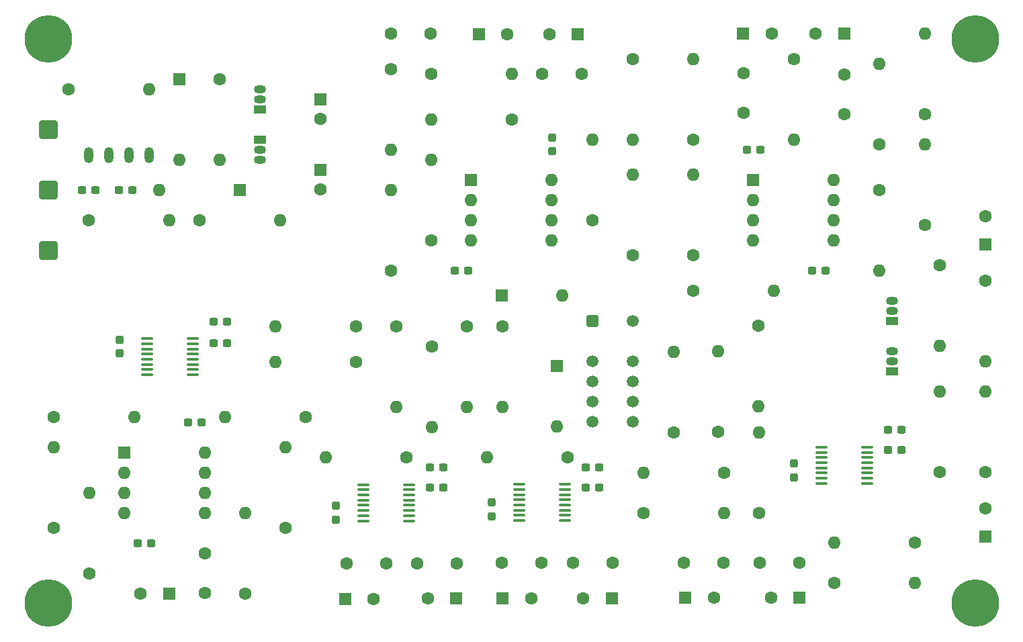
<source format=gts>
%TF.GenerationSoftware,KiCad,Pcbnew,6.0.8*%
%TF.CreationDate,2022-10-28T14:06:57-07:00*%
%TF.ProjectId,pre-amp52,7072652d-616d-4703-9532-2e6b69636164,rev?*%
%TF.SameCoordinates,Original*%
%TF.FileFunction,Soldermask,Top*%
%TF.FilePolarity,Negative*%
%FSLAX46Y46*%
G04 Gerber Fmt 4.6, Leading zero omitted, Abs format (unit mm)*
G04 Created by KiCad (PCBNEW 6.0.8) date 2022-10-28 14:06:57*
%MOMM*%
%LPD*%
G01*
G04 APERTURE LIST*
G04 Aperture macros list*
%AMRoundRect*
0 Rectangle with rounded corners*
0 $1 Rounding radius*
0 $2 $3 $4 $5 $6 $7 $8 $9 X,Y pos of 4 corners*
0 Add a 4 corners polygon primitive as box body*
4,1,4,$2,$3,$4,$5,$6,$7,$8,$9,$2,$3,0*
0 Add four circle primitives for the rounded corners*
1,1,$1+$1,$2,$3*
1,1,$1+$1,$4,$5*
1,1,$1+$1,$6,$7*
1,1,$1+$1,$8,$9*
0 Add four rect primitives between the rounded corners*
20,1,$1+$1,$2,$3,$4,$5,0*
20,1,$1+$1,$4,$5,$6,$7,0*
20,1,$1+$1,$6,$7,$8,$9,0*
20,1,$1+$1,$8,$9,$2,$3,0*%
G04 Aperture macros list end*
%ADD10C,1.600000*%
%ADD11O,1.600000X1.600000*%
%ADD12RoundRect,0.250000X0.550000X0.550000X-0.550000X0.550000X-0.550000X-0.550000X0.550000X-0.550000X0*%
%ADD13RoundRect,0.250001X0.899999X0.899999X-0.899999X0.899999X-0.899999X-0.899999X0.899999X-0.899999X0*%
%ADD14C,6.000000*%
%ADD15RoundRect,0.237500X0.300000X0.237500X-0.300000X0.237500X-0.300000X-0.237500X0.300000X-0.237500X0*%
%ADD16R,1.600000X1.600000*%
%ADD17RoundRect,0.100000X-0.637500X-0.100000X0.637500X-0.100000X0.637500X0.100000X-0.637500X0.100000X0*%
%ADD18R,1.500000X1.050000*%
%ADD19O,1.500000X1.050000*%
%ADD20RoundRect,0.250000X0.550000X-0.550000X0.550000X0.550000X-0.550000X0.550000X-0.550000X-0.550000X0*%
%ADD21RoundRect,0.237500X-0.300000X-0.237500X0.300000X-0.237500X0.300000X0.237500X-0.300000X0.237500X0*%
%ADD22RoundRect,0.237500X-0.237500X0.300000X-0.237500X-0.300000X0.237500X-0.300000X0.237500X0.300000X0*%
%ADD23RoundRect,0.250000X-0.550000X-0.550000X0.550000X-0.550000X0.550000X0.550000X-0.550000X0.550000X0*%
%ADD24RoundRect,0.237500X0.237500X-0.300000X0.237500X0.300000X-0.237500X0.300000X-0.237500X-0.300000X0*%
%ADD25RoundRect,0.250500X-0.499500X-0.499500X0.499500X-0.499500X0.499500X0.499500X-0.499500X0.499500X0*%
%ADD26C,1.500000*%
%ADD27O,1.200000X2.000000*%
G04 APERTURE END LIST*
D10*
X92710000Y-91440000D03*
D11*
X92710000Y-101600000D03*
D12*
X120577500Y-158155000D03*
D10*
X116977500Y-158155000D03*
D13*
X49530000Y-99060000D03*
D10*
X118110000Y-110490000D03*
D11*
X118110000Y-100330000D03*
D10*
X97790000Y-92075000D03*
D11*
X107950000Y-92075000D03*
D10*
X102307500Y-123897500D03*
D11*
X102307500Y-134057500D03*
D14*
X49530000Y-158750000D03*
D10*
X167640000Y-118110000D03*
D11*
X167640000Y-128270000D03*
D15*
X139292500Y-101600000D03*
X137567500Y-101600000D03*
D10*
X115007500Y-140375000D03*
D11*
X104847500Y-140375000D03*
D10*
X133985000Y-137160000D03*
D11*
X133985000Y-127000000D03*
D14*
X166370000Y-158750000D03*
D10*
X137160000Y-96988000D03*
X137160000Y-91988000D03*
X128342500Y-137232500D03*
D11*
X128342500Y-127072500D03*
D10*
X139137500Y-147392500D03*
D11*
X139137500Y-137232500D03*
D16*
X83820000Y-104140000D03*
D10*
X83820000Y-106640000D03*
D17*
X108930000Y-143815000D03*
X108930000Y-144465000D03*
X108930000Y-145115000D03*
X108930000Y-145765000D03*
X108930000Y-146415000D03*
X108930000Y-147065000D03*
X108930000Y-147715000D03*
X108930000Y-148365000D03*
X114655000Y-148365000D03*
X114655000Y-147715000D03*
X114655000Y-147065000D03*
X114655000Y-146415000D03*
X114655000Y-145765000D03*
X114655000Y-145115000D03*
X114655000Y-144465000D03*
X114655000Y-143815000D03*
D18*
X155935000Y-129540000D03*
D19*
X155935000Y-128270000D03*
X155935000Y-127000000D03*
D15*
X55472500Y-106680000D03*
X53747500Y-106680000D03*
D16*
X59127500Y-139772500D03*
D11*
X59127500Y-142312500D03*
X59127500Y-144852500D03*
X59127500Y-147392500D03*
X69287500Y-147392500D03*
X69287500Y-144852500D03*
X69287500Y-142312500D03*
X69287500Y-139772500D03*
D10*
X130810000Y-100330000D03*
D11*
X130810000Y-90170000D03*
D20*
X167640000Y-113560000D03*
D10*
X167640000Y-109960000D03*
X154305000Y-100965000D03*
D11*
X154305000Y-90805000D03*
D15*
X62550000Y-151192500D03*
X60825000Y-151192500D03*
D10*
X120642500Y-153710000D03*
X115642500Y-153710000D03*
D21*
X155347500Y-139493500D03*
X157072500Y-139493500D03*
D22*
X58512500Y-125565000D03*
X58512500Y-127290000D03*
D10*
X52070000Y-93980000D03*
D11*
X62230000Y-93980000D03*
D21*
X97635000Y-144217500D03*
X99360000Y-144217500D03*
D23*
X106817500Y-158155000D03*
D10*
X110417500Y-158155000D03*
D23*
X103807500Y-87057500D03*
D10*
X107407500Y-87057500D03*
X143510000Y-90170000D03*
D11*
X143510000Y-100330000D03*
D10*
X88337500Y-128342500D03*
D11*
X78177500Y-128342500D03*
D24*
X113030000Y-101827500D03*
X113030000Y-100102500D03*
D23*
X129822500Y-158115000D03*
D10*
X133422500Y-158115000D03*
D25*
X118110000Y-123190000D03*
D26*
X118110000Y-128270000D03*
X118110000Y-130810000D03*
X118110000Y-133350000D03*
X118110000Y-135890000D03*
X123190000Y-135890000D03*
X123190000Y-133350000D03*
X123190000Y-130810000D03*
X123190000Y-128270000D03*
X123190000Y-123190000D03*
D10*
X106752500Y-123897500D03*
D11*
X106752500Y-134057500D03*
D13*
X49530000Y-114300000D03*
D21*
X97635000Y-141677500D03*
X99360000Y-141677500D03*
D15*
X68880000Y-135962500D03*
X67155000Y-135962500D03*
D10*
X116800000Y-92075000D03*
X111800000Y-92075000D03*
X123190000Y-90170000D03*
D11*
X123190000Y-100330000D03*
D10*
X87107500Y-153742500D03*
X92107500Y-153742500D03*
D18*
X76200000Y-100330000D03*
D19*
X76200000Y-101600000D03*
X76200000Y-102870000D03*
D20*
X167640000Y-150390000D03*
D10*
X167640000Y-146790000D03*
D14*
X49530000Y-87630000D03*
D15*
X147547500Y-116840000D03*
X145822500Y-116840000D03*
D21*
X155347500Y-136953500D03*
X157072500Y-136953500D03*
D16*
X106680000Y-120015000D03*
D11*
X114300000Y-120015000D03*
D10*
X130810000Y-114935000D03*
D11*
X130810000Y-104775000D03*
D21*
X70350000Y-123252500D03*
X72075000Y-123252500D03*
D10*
X106712500Y-153710000D03*
X111712500Y-153710000D03*
D18*
X76200000Y-96520000D03*
D19*
X76200000Y-95250000D03*
X76200000Y-93980000D03*
D10*
X68580000Y-110490000D03*
D11*
X78740000Y-110490000D03*
D10*
X160020000Y-97155000D03*
D11*
X160020000Y-86995000D03*
D10*
X92750000Y-86995000D03*
X97750000Y-86995000D03*
D13*
X49530000Y-106680000D03*
D23*
X137138000Y-86995000D03*
D10*
X140738000Y-86995000D03*
X94687500Y-140407500D03*
D11*
X84527500Y-140407500D03*
D10*
X144217500Y-153670000D03*
X139217500Y-153670000D03*
D23*
X86937500Y-158227500D03*
D10*
X90537500Y-158227500D03*
D16*
X138410000Y-105420000D03*
D11*
X138410000Y-107960000D03*
X138410000Y-110500000D03*
X138410000Y-113040000D03*
X148570000Y-113040000D03*
X148570000Y-110500000D03*
X148570000Y-107960000D03*
X148570000Y-105420000D03*
D10*
X134692500Y-142312500D03*
D11*
X124532500Y-142312500D03*
D21*
X100737500Y-116840000D03*
X102462500Y-116840000D03*
D10*
X79467500Y-149287500D03*
D11*
X79467500Y-139127500D03*
D10*
X149860000Y-97115000D03*
X149860000Y-92115000D03*
D21*
X117280000Y-141645000D03*
X119005000Y-141645000D03*
D10*
X161925000Y-116205000D03*
D11*
X161925000Y-126365000D03*
D24*
X85797500Y-148255000D03*
X85797500Y-146530000D03*
D16*
X83820000Y-95250000D03*
D10*
X83820000Y-97750000D03*
D12*
X144217500Y-158115000D03*
D10*
X140617500Y-158115000D03*
X69307500Y-157502500D03*
X69307500Y-152502500D03*
X124532500Y-147392500D03*
D11*
X134692500Y-147392500D03*
D16*
X66040000Y-92710000D03*
D11*
X66040000Y-102870000D03*
D15*
X60145000Y-106680000D03*
X58420000Y-106680000D03*
D21*
X117280000Y-144185000D03*
X119005000Y-144185000D03*
D10*
X71120000Y-92710000D03*
D11*
X71120000Y-102870000D03*
D10*
X81987500Y-135317500D03*
D11*
X71827500Y-135317500D03*
D10*
X158750000Y-151130000D03*
D11*
X148590000Y-151130000D03*
D16*
X113665000Y-128905000D03*
D11*
X113665000Y-136525000D03*
D12*
X100972500Y-158187500D03*
D10*
X97372500Y-158187500D03*
D27*
X54617500Y-102280000D03*
X57157500Y-102280000D03*
X59697500Y-102280000D03*
X62237500Y-102280000D03*
D10*
X92710000Y-116840000D03*
D11*
X92710000Y-106680000D03*
D12*
X149860000Y-86995000D03*
D10*
X146260000Y-86995000D03*
X50257500Y-149287500D03*
D11*
X50257500Y-139127500D03*
D17*
X89285000Y-143847500D03*
X89285000Y-144497500D03*
X89285000Y-145147500D03*
X89285000Y-145797500D03*
X89285000Y-146447500D03*
X89285000Y-147097500D03*
X89285000Y-147747500D03*
X89285000Y-148397500D03*
X95010000Y-148397500D03*
X95010000Y-147747500D03*
X95010000Y-147097500D03*
X95010000Y-146447500D03*
X95010000Y-145797500D03*
X95010000Y-145147500D03*
X95010000Y-144497500D03*
X95010000Y-143847500D03*
D16*
X102850000Y-105420000D03*
D11*
X102850000Y-107960000D03*
X102850000Y-110500000D03*
X102850000Y-113040000D03*
X113010000Y-113040000D03*
X113010000Y-110500000D03*
X113010000Y-107960000D03*
X113010000Y-105420000D03*
D10*
X54702500Y-155002500D03*
D11*
X54702500Y-144842500D03*
D10*
X97790000Y-113030000D03*
D11*
X97790000Y-102870000D03*
D16*
X73660000Y-106680000D03*
D11*
X63500000Y-106680000D03*
D10*
X100997500Y-153742500D03*
X95997500Y-153742500D03*
X97862500Y-126437500D03*
D11*
X97862500Y-136597500D03*
D10*
X50257500Y-135317500D03*
D11*
X60417500Y-135317500D03*
D10*
X161925000Y-142240000D03*
D11*
X161925000Y-132080000D03*
D24*
X105442500Y-147815000D03*
X105442500Y-146090000D03*
D10*
X148590000Y-156210000D03*
D11*
X158750000Y-156210000D03*
D10*
X88337500Y-123897500D03*
D11*
X78177500Y-123897500D03*
D10*
X160020000Y-111125000D03*
D11*
X160020000Y-100965000D03*
D10*
X54610000Y-110490000D03*
D11*
X64770000Y-110490000D03*
D17*
X62000000Y-125422500D03*
X62000000Y-126072500D03*
X62000000Y-126722500D03*
X62000000Y-127372500D03*
X62000000Y-128022500D03*
X62000000Y-128672500D03*
X62000000Y-129322500D03*
X62000000Y-129972500D03*
X67725000Y-129972500D03*
X67725000Y-129322500D03*
X67725000Y-128672500D03*
X67725000Y-128022500D03*
X67725000Y-127372500D03*
X67725000Y-126722500D03*
X67725000Y-126072500D03*
X67725000Y-125422500D03*
D10*
X93417500Y-123897500D03*
D11*
X93417500Y-134057500D03*
D10*
X154305000Y-106680000D03*
D11*
X154305000Y-116840000D03*
D12*
X64757500Y-157542500D03*
D10*
X61157500Y-157542500D03*
X130810000Y-119380000D03*
D11*
X140970000Y-119380000D03*
D10*
X129652500Y-153670000D03*
X134652500Y-153670000D03*
D14*
X166370000Y-87630000D03*
D10*
X123190000Y-114935000D03*
D11*
X123190000Y-104775000D03*
D21*
X70350000Y-126020000D03*
X72075000Y-126020000D03*
D24*
X143510000Y-142896000D03*
X143510000Y-141171000D03*
D17*
X146997500Y-139123500D03*
X146997500Y-139773500D03*
X146997500Y-140423500D03*
X146997500Y-141073500D03*
X146997500Y-141723500D03*
X146997500Y-142373500D03*
X146997500Y-143023500D03*
X146997500Y-143673500D03*
X152722500Y-143673500D03*
X152722500Y-143023500D03*
X152722500Y-142373500D03*
X152722500Y-141723500D03*
X152722500Y-141073500D03*
X152722500Y-140423500D03*
X152722500Y-139773500D03*
X152722500Y-139123500D03*
D10*
X107950000Y-97790000D03*
D11*
X97790000Y-97790000D03*
D18*
X155935000Y-123190000D03*
D19*
X155935000Y-121920000D03*
X155935000Y-120650000D03*
D12*
X116297500Y-87057500D03*
D10*
X112697500Y-87057500D03*
X74387500Y-157542500D03*
D11*
X74387500Y-147382500D03*
D10*
X167640000Y-142240000D03*
D11*
X167640000Y-132080000D03*
D10*
X139065000Y-123825000D03*
D11*
X139065000Y-133985000D03*
M02*

</source>
